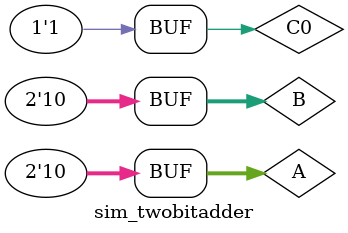
<source format=v>
`timescale 1ns / 1ps


module sim_twobitadder(

    );
    
    reg [1:0] A;
    reg [1:0] B;
    reg C0;
    
    wire C1;
    wire [1:0] S;
    wire C2;
    
    twobitadder dut(A, B, C0, S, C2);
    
    initial begin
    A[1] = 1; B[1] = 1; A[0] = 0; B[0] = 0; C0 = 0; #10;
    A[1] = 1; B[1] = 1; A[0] = 0; B[0] = 0; C0 = 1; #10;
    end
endmodule

</source>
